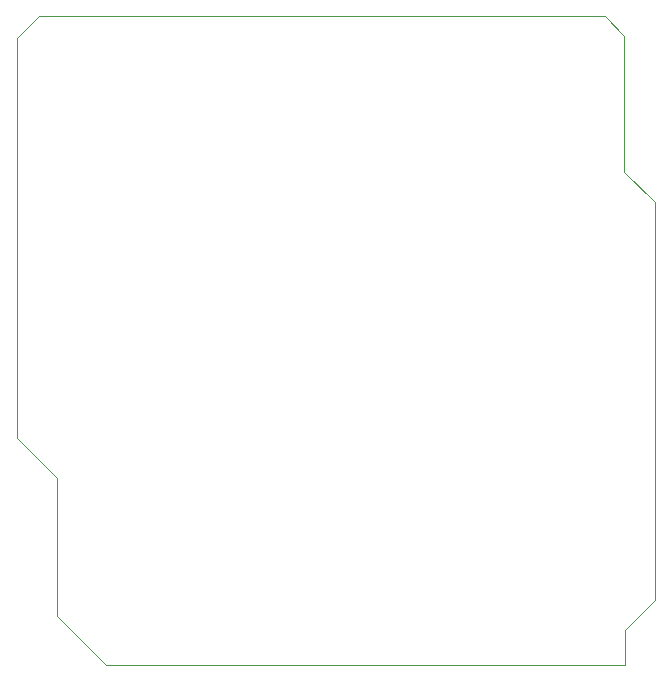
<source format=gm1>
G04 #@! TF.FileFunction,Profile,NP*
%FSLAX46Y46*%
G04 Gerber Fmt 4.6, Leading zero omitted, Abs format (unit mm)*
G04 Created by KiCad (PCBNEW 4.0.2-4+6225~38~ubuntu15.10.1-stable) date vie 19 feb 2016 01:19:40 CLT*
%MOMM*%
G01*
G04 APERTURE LIST*
%ADD10C,0.150000*%
%ADD11C,0.100000*%
G04 APERTURE END LIST*
D10*
D11*
X33921700Y-32334200D02*
X35788600Y-30467300D01*
X37325300Y-69557900D02*
X33921700Y-66154300D01*
X41478200Y-85394800D02*
X37325300Y-81241900D01*
X37325300Y-81241900D02*
X37325300Y-69557900D01*
X33921700Y-66154300D02*
X33921700Y-32334200D01*
X85445600Y-82410300D02*
X85445600Y-85394800D01*
X87985600Y-79870300D02*
X85445600Y-82410300D01*
X87985600Y-46215300D02*
X87985600Y-79870300D01*
X85382100Y-43611800D02*
X87985600Y-46215300D01*
X85382100Y-32118300D02*
X85382100Y-43611800D01*
X83731100Y-30467300D02*
X85382100Y-32118300D01*
X35788600Y-30467300D02*
X83731100Y-30467300D01*
X41478200Y-85394800D02*
X85445600Y-85394800D01*
M02*

</source>
